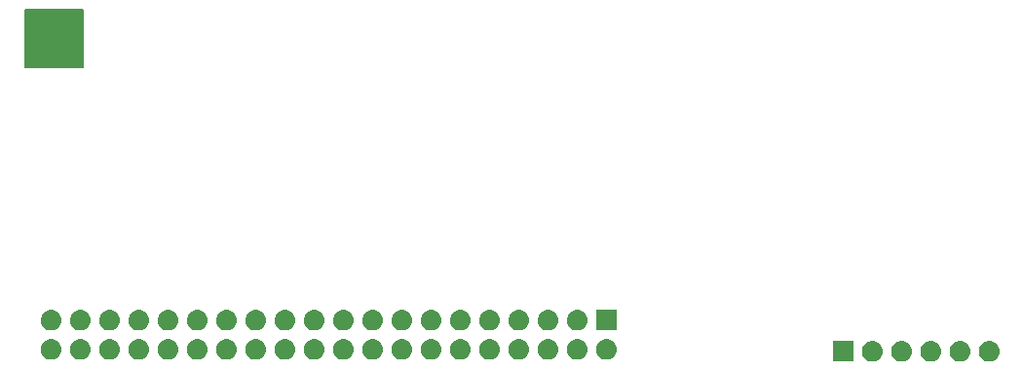
<source format=gbs>
G04 #@! TF.GenerationSoftware,KiCad,Pcbnew,(5.0.1)-4*
G04 #@! TF.CreationDate,2018-11-24T16:54:36-05:00*
G04 #@! TF.ProjectId,tomu-fpga,746F6D752D667067612E6B696361645F,rev?*
G04 #@! TF.SameCoordinates,Original*
G04 #@! TF.FileFunction,Soldermask,Bot*
G04 #@! TF.FilePolarity,Negative*
%FSLAX46Y46*%
G04 Gerber Fmt 4.6, Leading zero omitted, Abs format (unit mm)*
G04 Created by KiCad (PCBNEW (5.0.1)-4) date 11/24/18 16:54:36*
%MOMM*%
%LPD*%
G01*
G04 APERTURE LIST*
%ADD10C,0.150000*%
%ADD11C,0.100000*%
G04 APERTURE END LIST*
D10*
G36*
X24500000Y-48000000D02*
X29500000Y-48000000D01*
X29500000Y-53000000D01*
X24500000Y-53000000D01*
X24500000Y-48000000D01*
G37*
X24500000Y-48000000D02*
X29500000Y-48000000D01*
X29500000Y-53000000D01*
X24500000Y-53000000D01*
X24500000Y-48000000D01*
D11*
G36*
X108348362Y-76803545D02*
X108436588Y-76812234D01*
X108549789Y-76846573D01*
X108606390Y-76863743D01*
X108744980Y-76937822D01*
X108762879Y-76947389D01*
X108798609Y-76976712D01*
X108900044Y-77059956D01*
X108983288Y-77161391D01*
X109012611Y-77197121D01*
X109012612Y-77197123D01*
X109096257Y-77353610D01*
X109096257Y-77353611D01*
X109147766Y-77523412D01*
X109165158Y-77700000D01*
X109147766Y-77876588D01*
X109113427Y-77989789D01*
X109096257Y-78046390D01*
X109024817Y-78180043D01*
X109012611Y-78202879D01*
X108983288Y-78238609D01*
X108900044Y-78340044D01*
X108798609Y-78423288D01*
X108762879Y-78452611D01*
X108762877Y-78452612D01*
X108606390Y-78536257D01*
X108549789Y-78553427D01*
X108436588Y-78587766D01*
X108348362Y-78596455D01*
X108304250Y-78600800D01*
X108215750Y-78600800D01*
X108171638Y-78596455D01*
X108083412Y-78587766D01*
X107970211Y-78553427D01*
X107913610Y-78536257D01*
X107757123Y-78452612D01*
X107757121Y-78452611D01*
X107721391Y-78423288D01*
X107619956Y-78340044D01*
X107536712Y-78238609D01*
X107507389Y-78202879D01*
X107495183Y-78180043D01*
X107423743Y-78046390D01*
X107406573Y-77989789D01*
X107372234Y-77876588D01*
X107354842Y-77700000D01*
X107372234Y-77523412D01*
X107423743Y-77353611D01*
X107423743Y-77353610D01*
X107507388Y-77197123D01*
X107507389Y-77197121D01*
X107536712Y-77161391D01*
X107619956Y-77059956D01*
X107721391Y-76976712D01*
X107757121Y-76947389D01*
X107775020Y-76937822D01*
X107913610Y-76863743D01*
X107970211Y-76846573D01*
X108083412Y-76812234D01*
X108171638Y-76803545D01*
X108215750Y-76799200D01*
X108304250Y-76799200D01*
X108348362Y-76803545D01*
X108348362Y-76803545D01*
G37*
G36*
X103268362Y-76803545D02*
X103356588Y-76812234D01*
X103469789Y-76846573D01*
X103526390Y-76863743D01*
X103664980Y-76937822D01*
X103682879Y-76947389D01*
X103718609Y-76976712D01*
X103820044Y-77059956D01*
X103903288Y-77161391D01*
X103932611Y-77197121D01*
X103932612Y-77197123D01*
X104016257Y-77353610D01*
X104016257Y-77353611D01*
X104067766Y-77523412D01*
X104085158Y-77700000D01*
X104067766Y-77876588D01*
X104033427Y-77989789D01*
X104016257Y-78046390D01*
X103944817Y-78180043D01*
X103932611Y-78202879D01*
X103903288Y-78238609D01*
X103820044Y-78340044D01*
X103718609Y-78423288D01*
X103682879Y-78452611D01*
X103682877Y-78452612D01*
X103526390Y-78536257D01*
X103469789Y-78553427D01*
X103356588Y-78587766D01*
X103268362Y-78596455D01*
X103224250Y-78600800D01*
X103135750Y-78600800D01*
X103091638Y-78596455D01*
X103003412Y-78587766D01*
X102890211Y-78553427D01*
X102833610Y-78536257D01*
X102677123Y-78452612D01*
X102677121Y-78452611D01*
X102641391Y-78423288D01*
X102539956Y-78340044D01*
X102456712Y-78238609D01*
X102427389Y-78202879D01*
X102415183Y-78180043D01*
X102343743Y-78046390D01*
X102326573Y-77989789D01*
X102292234Y-77876588D01*
X102274842Y-77700000D01*
X102292234Y-77523412D01*
X102343743Y-77353611D01*
X102343743Y-77353610D01*
X102427388Y-77197123D01*
X102427389Y-77197121D01*
X102456712Y-77161391D01*
X102539956Y-77059956D01*
X102641391Y-76976712D01*
X102677121Y-76947389D01*
X102695020Y-76937822D01*
X102833610Y-76863743D01*
X102890211Y-76846573D01*
X103003412Y-76812234D01*
X103091638Y-76803545D01*
X103135750Y-76799200D01*
X103224250Y-76799200D01*
X103268362Y-76803545D01*
X103268362Y-76803545D01*
G37*
G36*
X100728362Y-76803545D02*
X100816588Y-76812234D01*
X100929789Y-76846573D01*
X100986390Y-76863743D01*
X101124980Y-76937822D01*
X101142879Y-76947389D01*
X101178609Y-76976712D01*
X101280044Y-77059956D01*
X101363288Y-77161391D01*
X101392611Y-77197121D01*
X101392612Y-77197123D01*
X101476257Y-77353610D01*
X101476257Y-77353611D01*
X101527766Y-77523412D01*
X101545158Y-77700000D01*
X101527766Y-77876588D01*
X101493427Y-77989789D01*
X101476257Y-78046390D01*
X101404817Y-78180043D01*
X101392611Y-78202879D01*
X101363288Y-78238609D01*
X101280044Y-78340044D01*
X101178609Y-78423288D01*
X101142879Y-78452611D01*
X101142877Y-78452612D01*
X100986390Y-78536257D01*
X100929789Y-78553427D01*
X100816588Y-78587766D01*
X100728362Y-78596455D01*
X100684250Y-78600800D01*
X100595750Y-78600800D01*
X100551638Y-78596455D01*
X100463412Y-78587766D01*
X100350211Y-78553427D01*
X100293610Y-78536257D01*
X100137123Y-78452612D01*
X100137121Y-78452611D01*
X100101391Y-78423288D01*
X99999956Y-78340044D01*
X99916712Y-78238609D01*
X99887389Y-78202879D01*
X99875183Y-78180043D01*
X99803743Y-78046390D01*
X99786573Y-77989789D01*
X99752234Y-77876588D01*
X99734842Y-77700000D01*
X99752234Y-77523412D01*
X99803743Y-77353611D01*
X99803743Y-77353610D01*
X99887388Y-77197123D01*
X99887389Y-77197121D01*
X99916712Y-77161391D01*
X99999956Y-77059956D01*
X100101391Y-76976712D01*
X100137121Y-76947389D01*
X100155020Y-76937822D01*
X100293610Y-76863743D01*
X100350211Y-76846573D01*
X100463412Y-76812234D01*
X100551638Y-76803545D01*
X100595750Y-76799200D01*
X100684250Y-76799200D01*
X100728362Y-76803545D01*
X100728362Y-76803545D01*
G37*
G36*
X98188362Y-76803545D02*
X98276588Y-76812234D01*
X98389789Y-76846573D01*
X98446390Y-76863743D01*
X98584980Y-76937822D01*
X98602879Y-76947389D01*
X98638609Y-76976712D01*
X98740044Y-77059956D01*
X98823288Y-77161391D01*
X98852611Y-77197121D01*
X98852612Y-77197123D01*
X98936257Y-77353610D01*
X98936257Y-77353611D01*
X98987766Y-77523412D01*
X99005158Y-77700000D01*
X98987766Y-77876588D01*
X98953427Y-77989789D01*
X98936257Y-78046390D01*
X98864817Y-78180043D01*
X98852611Y-78202879D01*
X98823288Y-78238609D01*
X98740044Y-78340044D01*
X98638609Y-78423288D01*
X98602879Y-78452611D01*
X98602877Y-78452612D01*
X98446390Y-78536257D01*
X98389789Y-78553427D01*
X98276588Y-78587766D01*
X98188362Y-78596455D01*
X98144250Y-78600800D01*
X98055750Y-78600800D01*
X98011638Y-78596455D01*
X97923412Y-78587766D01*
X97810211Y-78553427D01*
X97753610Y-78536257D01*
X97597123Y-78452612D01*
X97597121Y-78452611D01*
X97561391Y-78423288D01*
X97459956Y-78340044D01*
X97376712Y-78238609D01*
X97347389Y-78202879D01*
X97335183Y-78180043D01*
X97263743Y-78046390D01*
X97246573Y-77989789D01*
X97212234Y-77876588D01*
X97194842Y-77700000D01*
X97212234Y-77523412D01*
X97263743Y-77353611D01*
X97263743Y-77353610D01*
X97347388Y-77197123D01*
X97347389Y-77197121D01*
X97376712Y-77161391D01*
X97459956Y-77059956D01*
X97561391Y-76976712D01*
X97597121Y-76947389D01*
X97615020Y-76937822D01*
X97753610Y-76863743D01*
X97810211Y-76846573D01*
X97923412Y-76812234D01*
X98011638Y-76803545D01*
X98055750Y-76799200D01*
X98144250Y-76799200D01*
X98188362Y-76803545D01*
X98188362Y-76803545D01*
G37*
G36*
X96460800Y-78600800D02*
X94659200Y-78600800D01*
X94659200Y-76799200D01*
X96460800Y-76799200D01*
X96460800Y-78600800D01*
X96460800Y-78600800D01*
G37*
G36*
X105808362Y-76803545D02*
X105896588Y-76812234D01*
X106009789Y-76846573D01*
X106066390Y-76863743D01*
X106204980Y-76937822D01*
X106222879Y-76947389D01*
X106258609Y-76976712D01*
X106360044Y-77059956D01*
X106443288Y-77161391D01*
X106472611Y-77197121D01*
X106472612Y-77197123D01*
X106556257Y-77353610D01*
X106556257Y-77353611D01*
X106607766Y-77523412D01*
X106625158Y-77700000D01*
X106607766Y-77876588D01*
X106573427Y-77989789D01*
X106556257Y-78046390D01*
X106484817Y-78180043D01*
X106472611Y-78202879D01*
X106443288Y-78238609D01*
X106360044Y-78340044D01*
X106258609Y-78423288D01*
X106222879Y-78452611D01*
X106222877Y-78452612D01*
X106066390Y-78536257D01*
X106009789Y-78553427D01*
X105896588Y-78587766D01*
X105808362Y-78596455D01*
X105764250Y-78600800D01*
X105675750Y-78600800D01*
X105631638Y-78596455D01*
X105543412Y-78587766D01*
X105430211Y-78553427D01*
X105373610Y-78536257D01*
X105217123Y-78452612D01*
X105217121Y-78452611D01*
X105181391Y-78423288D01*
X105079956Y-78340044D01*
X104996712Y-78238609D01*
X104967389Y-78202879D01*
X104955183Y-78180043D01*
X104883743Y-78046390D01*
X104866573Y-77989789D01*
X104832234Y-77876588D01*
X104814842Y-77700000D01*
X104832234Y-77523412D01*
X104883743Y-77353611D01*
X104883743Y-77353610D01*
X104967388Y-77197123D01*
X104967389Y-77197121D01*
X104996712Y-77161391D01*
X105079956Y-77059956D01*
X105181391Y-76976712D01*
X105217121Y-76947389D01*
X105235020Y-76937822D01*
X105373610Y-76863743D01*
X105430211Y-76846573D01*
X105543412Y-76812234D01*
X105631638Y-76803545D01*
X105675750Y-76799200D01*
X105764250Y-76799200D01*
X105808362Y-76803545D01*
X105808362Y-76803545D01*
G37*
G36*
X34448362Y-76643545D02*
X34536588Y-76652234D01*
X34649789Y-76686573D01*
X34706390Y-76703743D01*
X34844980Y-76777822D01*
X34862879Y-76787389D01*
X34898609Y-76816712D01*
X35000044Y-76899956D01*
X35083288Y-77001391D01*
X35112611Y-77037121D01*
X35112612Y-77037123D01*
X35196257Y-77193610D01*
X35213427Y-77250211D01*
X35247766Y-77363412D01*
X35265158Y-77540000D01*
X35247766Y-77716588D01*
X35213427Y-77829789D01*
X35196257Y-77886390D01*
X35122178Y-78024980D01*
X35112611Y-78042879D01*
X35083288Y-78078609D01*
X35000044Y-78180044D01*
X34898609Y-78263288D01*
X34862879Y-78292611D01*
X34862877Y-78292612D01*
X34706390Y-78376257D01*
X34649789Y-78393427D01*
X34536588Y-78427766D01*
X34448362Y-78436455D01*
X34404250Y-78440800D01*
X34315750Y-78440800D01*
X34271638Y-78436455D01*
X34183412Y-78427766D01*
X34070211Y-78393427D01*
X34013610Y-78376257D01*
X33857123Y-78292612D01*
X33857121Y-78292611D01*
X33821391Y-78263288D01*
X33719956Y-78180044D01*
X33636712Y-78078609D01*
X33607389Y-78042879D01*
X33597822Y-78024980D01*
X33523743Y-77886390D01*
X33506573Y-77829789D01*
X33472234Y-77716588D01*
X33454842Y-77540000D01*
X33472234Y-77363412D01*
X33506573Y-77250211D01*
X33523743Y-77193610D01*
X33607388Y-77037123D01*
X33607389Y-77037121D01*
X33636712Y-77001391D01*
X33719956Y-76899956D01*
X33821391Y-76816712D01*
X33857121Y-76787389D01*
X33875020Y-76777822D01*
X34013610Y-76703743D01*
X34070211Y-76686573D01*
X34183412Y-76652234D01*
X34271638Y-76643545D01*
X34315750Y-76639200D01*
X34404250Y-76639200D01*
X34448362Y-76643545D01*
X34448362Y-76643545D01*
G37*
G36*
X29368362Y-76643545D02*
X29456588Y-76652234D01*
X29569789Y-76686573D01*
X29626390Y-76703743D01*
X29764980Y-76777822D01*
X29782879Y-76787389D01*
X29818609Y-76816712D01*
X29920044Y-76899956D01*
X30003288Y-77001391D01*
X30032611Y-77037121D01*
X30032612Y-77037123D01*
X30116257Y-77193610D01*
X30133427Y-77250211D01*
X30167766Y-77363412D01*
X30185158Y-77540000D01*
X30167766Y-77716588D01*
X30133427Y-77829789D01*
X30116257Y-77886390D01*
X30042178Y-78024980D01*
X30032611Y-78042879D01*
X30003288Y-78078609D01*
X29920044Y-78180044D01*
X29818609Y-78263288D01*
X29782879Y-78292611D01*
X29782877Y-78292612D01*
X29626390Y-78376257D01*
X29569789Y-78393427D01*
X29456588Y-78427766D01*
X29368362Y-78436455D01*
X29324250Y-78440800D01*
X29235750Y-78440800D01*
X29191638Y-78436455D01*
X29103412Y-78427766D01*
X28990211Y-78393427D01*
X28933610Y-78376257D01*
X28777123Y-78292612D01*
X28777121Y-78292611D01*
X28741391Y-78263288D01*
X28639956Y-78180044D01*
X28556712Y-78078609D01*
X28527389Y-78042879D01*
X28517822Y-78024980D01*
X28443743Y-77886390D01*
X28426573Y-77829789D01*
X28392234Y-77716588D01*
X28374842Y-77540000D01*
X28392234Y-77363412D01*
X28426573Y-77250211D01*
X28443743Y-77193610D01*
X28527388Y-77037123D01*
X28527389Y-77037121D01*
X28556712Y-77001391D01*
X28639956Y-76899956D01*
X28741391Y-76816712D01*
X28777121Y-76787389D01*
X28795020Y-76777822D01*
X28933610Y-76703743D01*
X28990211Y-76686573D01*
X29103412Y-76652234D01*
X29191638Y-76643545D01*
X29235750Y-76639200D01*
X29324250Y-76639200D01*
X29368362Y-76643545D01*
X29368362Y-76643545D01*
G37*
G36*
X31908362Y-76643545D02*
X31996588Y-76652234D01*
X32109789Y-76686573D01*
X32166390Y-76703743D01*
X32304980Y-76777822D01*
X32322879Y-76787389D01*
X32358609Y-76816712D01*
X32460044Y-76899956D01*
X32543288Y-77001391D01*
X32572611Y-77037121D01*
X32572612Y-77037123D01*
X32656257Y-77193610D01*
X32673427Y-77250211D01*
X32707766Y-77363412D01*
X32725158Y-77540000D01*
X32707766Y-77716588D01*
X32673427Y-77829789D01*
X32656257Y-77886390D01*
X32582178Y-78024980D01*
X32572611Y-78042879D01*
X32543288Y-78078609D01*
X32460044Y-78180044D01*
X32358609Y-78263288D01*
X32322879Y-78292611D01*
X32322877Y-78292612D01*
X32166390Y-78376257D01*
X32109789Y-78393427D01*
X31996588Y-78427766D01*
X31908362Y-78436455D01*
X31864250Y-78440800D01*
X31775750Y-78440800D01*
X31731638Y-78436455D01*
X31643412Y-78427766D01*
X31530211Y-78393427D01*
X31473610Y-78376257D01*
X31317123Y-78292612D01*
X31317121Y-78292611D01*
X31281391Y-78263288D01*
X31179956Y-78180044D01*
X31096712Y-78078609D01*
X31067389Y-78042879D01*
X31057822Y-78024980D01*
X30983743Y-77886390D01*
X30966573Y-77829789D01*
X30932234Y-77716588D01*
X30914842Y-77540000D01*
X30932234Y-77363412D01*
X30966573Y-77250211D01*
X30983743Y-77193610D01*
X31067388Y-77037123D01*
X31067389Y-77037121D01*
X31096712Y-77001391D01*
X31179956Y-76899956D01*
X31281391Y-76816712D01*
X31317121Y-76787389D01*
X31335020Y-76777822D01*
X31473610Y-76703743D01*
X31530211Y-76686573D01*
X31643412Y-76652234D01*
X31731638Y-76643545D01*
X31775750Y-76639200D01*
X31864250Y-76639200D01*
X31908362Y-76643545D01*
X31908362Y-76643545D01*
G37*
G36*
X36988362Y-76643545D02*
X37076588Y-76652234D01*
X37189789Y-76686573D01*
X37246390Y-76703743D01*
X37384980Y-76777822D01*
X37402879Y-76787389D01*
X37438609Y-76816712D01*
X37540044Y-76899956D01*
X37623288Y-77001391D01*
X37652611Y-77037121D01*
X37652612Y-77037123D01*
X37736257Y-77193610D01*
X37753427Y-77250211D01*
X37787766Y-77363412D01*
X37805158Y-77540000D01*
X37787766Y-77716588D01*
X37753427Y-77829789D01*
X37736257Y-77886390D01*
X37662178Y-78024980D01*
X37652611Y-78042879D01*
X37623288Y-78078609D01*
X37540044Y-78180044D01*
X37438609Y-78263288D01*
X37402879Y-78292611D01*
X37402877Y-78292612D01*
X37246390Y-78376257D01*
X37189789Y-78393427D01*
X37076588Y-78427766D01*
X36988362Y-78436455D01*
X36944250Y-78440800D01*
X36855750Y-78440800D01*
X36811638Y-78436455D01*
X36723412Y-78427766D01*
X36610211Y-78393427D01*
X36553610Y-78376257D01*
X36397123Y-78292612D01*
X36397121Y-78292611D01*
X36361391Y-78263288D01*
X36259956Y-78180044D01*
X36176712Y-78078609D01*
X36147389Y-78042879D01*
X36137822Y-78024980D01*
X36063743Y-77886390D01*
X36046573Y-77829789D01*
X36012234Y-77716588D01*
X35994842Y-77540000D01*
X36012234Y-77363412D01*
X36046573Y-77250211D01*
X36063743Y-77193610D01*
X36147388Y-77037123D01*
X36147389Y-77037121D01*
X36176712Y-77001391D01*
X36259956Y-76899956D01*
X36361391Y-76816712D01*
X36397121Y-76787389D01*
X36415020Y-76777822D01*
X36553610Y-76703743D01*
X36610211Y-76686573D01*
X36723412Y-76652234D01*
X36811638Y-76643545D01*
X36855750Y-76639200D01*
X36944250Y-76639200D01*
X36988362Y-76643545D01*
X36988362Y-76643545D01*
G37*
G36*
X39528362Y-76643545D02*
X39616588Y-76652234D01*
X39729789Y-76686573D01*
X39786390Y-76703743D01*
X39924980Y-76777822D01*
X39942879Y-76787389D01*
X39978609Y-76816712D01*
X40080044Y-76899956D01*
X40163288Y-77001391D01*
X40192611Y-77037121D01*
X40192612Y-77037123D01*
X40276257Y-77193610D01*
X40293427Y-77250211D01*
X40327766Y-77363412D01*
X40345158Y-77540000D01*
X40327766Y-77716588D01*
X40293427Y-77829789D01*
X40276257Y-77886390D01*
X40202178Y-78024980D01*
X40192611Y-78042879D01*
X40163288Y-78078609D01*
X40080044Y-78180044D01*
X39978609Y-78263288D01*
X39942879Y-78292611D01*
X39942877Y-78292612D01*
X39786390Y-78376257D01*
X39729789Y-78393427D01*
X39616588Y-78427766D01*
X39528362Y-78436455D01*
X39484250Y-78440800D01*
X39395750Y-78440800D01*
X39351638Y-78436455D01*
X39263412Y-78427766D01*
X39150211Y-78393427D01*
X39093610Y-78376257D01*
X38937123Y-78292612D01*
X38937121Y-78292611D01*
X38901391Y-78263288D01*
X38799956Y-78180044D01*
X38716712Y-78078609D01*
X38687389Y-78042879D01*
X38677822Y-78024980D01*
X38603743Y-77886390D01*
X38586573Y-77829789D01*
X38552234Y-77716588D01*
X38534842Y-77540000D01*
X38552234Y-77363412D01*
X38586573Y-77250211D01*
X38603743Y-77193610D01*
X38687388Y-77037123D01*
X38687389Y-77037121D01*
X38716712Y-77001391D01*
X38799956Y-76899956D01*
X38901391Y-76816712D01*
X38937121Y-76787389D01*
X38955020Y-76777822D01*
X39093610Y-76703743D01*
X39150211Y-76686573D01*
X39263412Y-76652234D01*
X39351638Y-76643545D01*
X39395750Y-76639200D01*
X39484250Y-76639200D01*
X39528362Y-76643545D01*
X39528362Y-76643545D01*
G37*
G36*
X42068362Y-76643545D02*
X42156588Y-76652234D01*
X42269789Y-76686573D01*
X42326390Y-76703743D01*
X42464980Y-76777822D01*
X42482879Y-76787389D01*
X42518609Y-76816712D01*
X42620044Y-76899956D01*
X42703288Y-77001391D01*
X42732611Y-77037121D01*
X42732612Y-77037123D01*
X42816257Y-77193610D01*
X42833427Y-77250211D01*
X42867766Y-77363412D01*
X42885158Y-77540000D01*
X42867766Y-77716588D01*
X42833427Y-77829789D01*
X42816257Y-77886390D01*
X42742178Y-78024980D01*
X42732611Y-78042879D01*
X42703288Y-78078609D01*
X42620044Y-78180044D01*
X42518609Y-78263288D01*
X42482879Y-78292611D01*
X42482877Y-78292612D01*
X42326390Y-78376257D01*
X42269789Y-78393427D01*
X42156588Y-78427766D01*
X42068362Y-78436455D01*
X42024250Y-78440800D01*
X41935750Y-78440800D01*
X41891638Y-78436455D01*
X41803412Y-78427766D01*
X41690211Y-78393427D01*
X41633610Y-78376257D01*
X41477123Y-78292612D01*
X41477121Y-78292611D01*
X41441391Y-78263288D01*
X41339956Y-78180044D01*
X41256712Y-78078609D01*
X41227389Y-78042879D01*
X41217822Y-78024980D01*
X41143743Y-77886390D01*
X41126573Y-77829789D01*
X41092234Y-77716588D01*
X41074842Y-77540000D01*
X41092234Y-77363412D01*
X41126573Y-77250211D01*
X41143743Y-77193610D01*
X41227388Y-77037123D01*
X41227389Y-77037121D01*
X41256712Y-77001391D01*
X41339956Y-76899956D01*
X41441391Y-76816712D01*
X41477121Y-76787389D01*
X41495020Y-76777822D01*
X41633610Y-76703743D01*
X41690211Y-76686573D01*
X41803412Y-76652234D01*
X41891638Y-76643545D01*
X41935750Y-76639200D01*
X42024250Y-76639200D01*
X42068362Y-76643545D01*
X42068362Y-76643545D01*
G37*
G36*
X44608362Y-76643545D02*
X44696588Y-76652234D01*
X44809789Y-76686573D01*
X44866390Y-76703743D01*
X45004980Y-76777822D01*
X45022879Y-76787389D01*
X45058609Y-76816712D01*
X45160044Y-76899956D01*
X45243288Y-77001391D01*
X45272611Y-77037121D01*
X45272612Y-77037123D01*
X45356257Y-77193610D01*
X45373427Y-77250211D01*
X45407766Y-77363412D01*
X45425158Y-77540000D01*
X45407766Y-77716588D01*
X45373427Y-77829789D01*
X45356257Y-77886390D01*
X45282178Y-78024980D01*
X45272611Y-78042879D01*
X45243288Y-78078609D01*
X45160044Y-78180044D01*
X45058609Y-78263288D01*
X45022879Y-78292611D01*
X45022877Y-78292612D01*
X44866390Y-78376257D01*
X44809789Y-78393427D01*
X44696588Y-78427766D01*
X44608362Y-78436455D01*
X44564250Y-78440800D01*
X44475750Y-78440800D01*
X44431638Y-78436455D01*
X44343412Y-78427766D01*
X44230211Y-78393427D01*
X44173610Y-78376257D01*
X44017123Y-78292612D01*
X44017121Y-78292611D01*
X43981391Y-78263288D01*
X43879956Y-78180044D01*
X43796712Y-78078609D01*
X43767389Y-78042879D01*
X43757822Y-78024980D01*
X43683743Y-77886390D01*
X43666573Y-77829789D01*
X43632234Y-77716588D01*
X43614842Y-77540000D01*
X43632234Y-77363412D01*
X43666573Y-77250211D01*
X43683743Y-77193610D01*
X43767388Y-77037123D01*
X43767389Y-77037121D01*
X43796712Y-77001391D01*
X43879956Y-76899956D01*
X43981391Y-76816712D01*
X44017121Y-76787389D01*
X44035020Y-76777822D01*
X44173610Y-76703743D01*
X44230211Y-76686573D01*
X44343412Y-76652234D01*
X44431638Y-76643545D01*
X44475750Y-76639200D01*
X44564250Y-76639200D01*
X44608362Y-76643545D01*
X44608362Y-76643545D01*
G37*
G36*
X47148362Y-76643545D02*
X47236588Y-76652234D01*
X47349789Y-76686573D01*
X47406390Y-76703743D01*
X47544980Y-76777822D01*
X47562879Y-76787389D01*
X47598609Y-76816712D01*
X47700044Y-76899956D01*
X47783288Y-77001391D01*
X47812611Y-77037121D01*
X47812612Y-77037123D01*
X47896257Y-77193610D01*
X47913427Y-77250211D01*
X47947766Y-77363412D01*
X47965158Y-77540000D01*
X47947766Y-77716588D01*
X47913427Y-77829789D01*
X47896257Y-77886390D01*
X47822178Y-78024980D01*
X47812611Y-78042879D01*
X47783288Y-78078609D01*
X47700044Y-78180044D01*
X47598609Y-78263288D01*
X47562879Y-78292611D01*
X47562877Y-78292612D01*
X47406390Y-78376257D01*
X47349789Y-78393427D01*
X47236588Y-78427766D01*
X47148362Y-78436455D01*
X47104250Y-78440800D01*
X47015750Y-78440800D01*
X46971638Y-78436455D01*
X46883412Y-78427766D01*
X46770211Y-78393427D01*
X46713610Y-78376257D01*
X46557123Y-78292612D01*
X46557121Y-78292611D01*
X46521391Y-78263288D01*
X46419956Y-78180044D01*
X46336712Y-78078609D01*
X46307389Y-78042879D01*
X46297822Y-78024980D01*
X46223743Y-77886390D01*
X46206573Y-77829789D01*
X46172234Y-77716588D01*
X46154842Y-77540000D01*
X46172234Y-77363412D01*
X46206573Y-77250211D01*
X46223743Y-77193610D01*
X46307388Y-77037123D01*
X46307389Y-77037121D01*
X46336712Y-77001391D01*
X46419956Y-76899956D01*
X46521391Y-76816712D01*
X46557121Y-76787389D01*
X46575020Y-76777822D01*
X46713610Y-76703743D01*
X46770211Y-76686573D01*
X46883412Y-76652234D01*
X46971638Y-76643545D01*
X47015750Y-76639200D01*
X47104250Y-76639200D01*
X47148362Y-76643545D01*
X47148362Y-76643545D01*
G37*
G36*
X49688362Y-76643545D02*
X49776588Y-76652234D01*
X49889789Y-76686573D01*
X49946390Y-76703743D01*
X50084980Y-76777822D01*
X50102879Y-76787389D01*
X50138609Y-76816712D01*
X50240044Y-76899956D01*
X50323288Y-77001391D01*
X50352611Y-77037121D01*
X50352612Y-77037123D01*
X50436257Y-77193610D01*
X50453427Y-77250211D01*
X50487766Y-77363412D01*
X50505158Y-77540000D01*
X50487766Y-77716588D01*
X50453427Y-77829789D01*
X50436257Y-77886390D01*
X50362178Y-78024980D01*
X50352611Y-78042879D01*
X50323288Y-78078609D01*
X50240044Y-78180044D01*
X50138609Y-78263288D01*
X50102879Y-78292611D01*
X50102877Y-78292612D01*
X49946390Y-78376257D01*
X49889789Y-78393427D01*
X49776588Y-78427766D01*
X49688362Y-78436455D01*
X49644250Y-78440800D01*
X49555750Y-78440800D01*
X49511638Y-78436455D01*
X49423412Y-78427766D01*
X49310211Y-78393427D01*
X49253610Y-78376257D01*
X49097123Y-78292612D01*
X49097121Y-78292611D01*
X49061391Y-78263288D01*
X48959956Y-78180044D01*
X48876712Y-78078609D01*
X48847389Y-78042879D01*
X48837822Y-78024980D01*
X48763743Y-77886390D01*
X48746573Y-77829789D01*
X48712234Y-77716588D01*
X48694842Y-77540000D01*
X48712234Y-77363412D01*
X48746573Y-77250211D01*
X48763743Y-77193610D01*
X48847388Y-77037123D01*
X48847389Y-77037121D01*
X48876712Y-77001391D01*
X48959956Y-76899956D01*
X49061391Y-76816712D01*
X49097121Y-76787389D01*
X49115020Y-76777822D01*
X49253610Y-76703743D01*
X49310211Y-76686573D01*
X49423412Y-76652234D01*
X49511638Y-76643545D01*
X49555750Y-76639200D01*
X49644250Y-76639200D01*
X49688362Y-76643545D01*
X49688362Y-76643545D01*
G37*
G36*
X52228362Y-76643545D02*
X52316588Y-76652234D01*
X52429789Y-76686573D01*
X52486390Y-76703743D01*
X52624980Y-76777822D01*
X52642879Y-76787389D01*
X52678609Y-76816712D01*
X52780044Y-76899956D01*
X52863288Y-77001391D01*
X52892611Y-77037121D01*
X52892612Y-77037123D01*
X52976257Y-77193610D01*
X52993427Y-77250211D01*
X53027766Y-77363412D01*
X53045158Y-77540000D01*
X53027766Y-77716588D01*
X52993427Y-77829789D01*
X52976257Y-77886390D01*
X52902178Y-78024980D01*
X52892611Y-78042879D01*
X52863288Y-78078609D01*
X52780044Y-78180044D01*
X52678609Y-78263288D01*
X52642879Y-78292611D01*
X52642877Y-78292612D01*
X52486390Y-78376257D01*
X52429789Y-78393427D01*
X52316588Y-78427766D01*
X52228362Y-78436455D01*
X52184250Y-78440800D01*
X52095750Y-78440800D01*
X52051638Y-78436455D01*
X51963412Y-78427766D01*
X51850211Y-78393427D01*
X51793610Y-78376257D01*
X51637123Y-78292612D01*
X51637121Y-78292611D01*
X51601391Y-78263288D01*
X51499956Y-78180044D01*
X51416712Y-78078609D01*
X51387389Y-78042879D01*
X51377822Y-78024980D01*
X51303743Y-77886390D01*
X51286573Y-77829789D01*
X51252234Y-77716588D01*
X51234842Y-77540000D01*
X51252234Y-77363412D01*
X51286573Y-77250211D01*
X51303743Y-77193610D01*
X51387388Y-77037123D01*
X51387389Y-77037121D01*
X51416712Y-77001391D01*
X51499956Y-76899956D01*
X51601391Y-76816712D01*
X51637121Y-76787389D01*
X51655020Y-76777822D01*
X51793610Y-76703743D01*
X51850211Y-76686573D01*
X51963412Y-76652234D01*
X52051638Y-76643545D01*
X52095750Y-76639200D01*
X52184250Y-76639200D01*
X52228362Y-76643545D01*
X52228362Y-76643545D01*
G37*
G36*
X26828362Y-76643545D02*
X26916588Y-76652234D01*
X27029789Y-76686573D01*
X27086390Y-76703743D01*
X27224980Y-76777822D01*
X27242879Y-76787389D01*
X27278609Y-76816712D01*
X27380044Y-76899956D01*
X27463288Y-77001391D01*
X27492611Y-77037121D01*
X27492612Y-77037123D01*
X27576257Y-77193610D01*
X27593427Y-77250211D01*
X27627766Y-77363412D01*
X27645158Y-77540000D01*
X27627766Y-77716588D01*
X27593427Y-77829789D01*
X27576257Y-77886390D01*
X27502178Y-78024980D01*
X27492611Y-78042879D01*
X27463288Y-78078609D01*
X27380044Y-78180044D01*
X27278609Y-78263288D01*
X27242879Y-78292611D01*
X27242877Y-78292612D01*
X27086390Y-78376257D01*
X27029789Y-78393427D01*
X26916588Y-78427766D01*
X26828362Y-78436455D01*
X26784250Y-78440800D01*
X26695750Y-78440800D01*
X26651638Y-78436455D01*
X26563412Y-78427766D01*
X26450211Y-78393427D01*
X26393610Y-78376257D01*
X26237123Y-78292612D01*
X26237121Y-78292611D01*
X26201391Y-78263288D01*
X26099956Y-78180044D01*
X26016712Y-78078609D01*
X25987389Y-78042879D01*
X25977822Y-78024980D01*
X25903743Y-77886390D01*
X25886573Y-77829789D01*
X25852234Y-77716588D01*
X25834842Y-77540000D01*
X25852234Y-77363412D01*
X25886573Y-77250211D01*
X25903743Y-77193610D01*
X25987388Y-77037123D01*
X25987389Y-77037121D01*
X26016712Y-77001391D01*
X26099956Y-76899956D01*
X26201391Y-76816712D01*
X26237121Y-76787389D01*
X26255020Y-76777822D01*
X26393610Y-76703743D01*
X26450211Y-76686573D01*
X26563412Y-76652234D01*
X26651638Y-76643545D01*
X26695750Y-76639200D01*
X26784250Y-76639200D01*
X26828362Y-76643545D01*
X26828362Y-76643545D01*
G37*
G36*
X54768362Y-76643545D02*
X54856588Y-76652234D01*
X54969789Y-76686573D01*
X55026390Y-76703743D01*
X55164980Y-76777822D01*
X55182879Y-76787389D01*
X55218609Y-76816712D01*
X55320044Y-76899956D01*
X55403288Y-77001391D01*
X55432611Y-77037121D01*
X55432612Y-77037123D01*
X55516257Y-77193610D01*
X55533427Y-77250211D01*
X55567766Y-77363412D01*
X55585158Y-77540000D01*
X55567766Y-77716588D01*
X55533427Y-77829789D01*
X55516257Y-77886390D01*
X55442178Y-78024980D01*
X55432611Y-78042879D01*
X55403288Y-78078609D01*
X55320044Y-78180044D01*
X55218609Y-78263288D01*
X55182879Y-78292611D01*
X55182877Y-78292612D01*
X55026390Y-78376257D01*
X54969789Y-78393427D01*
X54856588Y-78427766D01*
X54768362Y-78436455D01*
X54724250Y-78440800D01*
X54635750Y-78440800D01*
X54591638Y-78436455D01*
X54503412Y-78427766D01*
X54390211Y-78393427D01*
X54333610Y-78376257D01*
X54177123Y-78292612D01*
X54177121Y-78292611D01*
X54141391Y-78263288D01*
X54039956Y-78180044D01*
X53956712Y-78078609D01*
X53927389Y-78042879D01*
X53917822Y-78024980D01*
X53843743Y-77886390D01*
X53826573Y-77829789D01*
X53792234Y-77716588D01*
X53774842Y-77540000D01*
X53792234Y-77363412D01*
X53826573Y-77250211D01*
X53843743Y-77193610D01*
X53927388Y-77037123D01*
X53927389Y-77037121D01*
X53956712Y-77001391D01*
X54039956Y-76899956D01*
X54141391Y-76816712D01*
X54177121Y-76787389D01*
X54195020Y-76777822D01*
X54333610Y-76703743D01*
X54390211Y-76686573D01*
X54503412Y-76652234D01*
X54591638Y-76643545D01*
X54635750Y-76639200D01*
X54724250Y-76639200D01*
X54768362Y-76643545D01*
X54768362Y-76643545D01*
G37*
G36*
X57308362Y-76643545D02*
X57396588Y-76652234D01*
X57509789Y-76686573D01*
X57566390Y-76703743D01*
X57704980Y-76777822D01*
X57722879Y-76787389D01*
X57758609Y-76816712D01*
X57860044Y-76899956D01*
X57943288Y-77001391D01*
X57972611Y-77037121D01*
X57972612Y-77037123D01*
X58056257Y-77193610D01*
X58073427Y-77250211D01*
X58107766Y-77363412D01*
X58125158Y-77540000D01*
X58107766Y-77716588D01*
X58073427Y-77829789D01*
X58056257Y-77886390D01*
X57982178Y-78024980D01*
X57972611Y-78042879D01*
X57943288Y-78078609D01*
X57860044Y-78180044D01*
X57758609Y-78263288D01*
X57722879Y-78292611D01*
X57722877Y-78292612D01*
X57566390Y-78376257D01*
X57509789Y-78393427D01*
X57396588Y-78427766D01*
X57308362Y-78436455D01*
X57264250Y-78440800D01*
X57175750Y-78440800D01*
X57131638Y-78436455D01*
X57043412Y-78427766D01*
X56930211Y-78393427D01*
X56873610Y-78376257D01*
X56717123Y-78292612D01*
X56717121Y-78292611D01*
X56681391Y-78263288D01*
X56579956Y-78180044D01*
X56496712Y-78078609D01*
X56467389Y-78042879D01*
X56457822Y-78024980D01*
X56383743Y-77886390D01*
X56366573Y-77829789D01*
X56332234Y-77716588D01*
X56314842Y-77540000D01*
X56332234Y-77363412D01*
X56366573Y-77250211D01*
X56383743Y-77193610D01*
X56467388Y-77037123D01*
X56467389Y-77037121D01*
X56496712Y-77001391D01*
X56579956Y-76899956D01*
X56681391Y-76816712D01*
X56717121Y-76787389D01*
X56735020Y-76777822D01*
X56873610Y-76703743D01*
X56930211Y-76686573D01*
X57043412Y-76652234D01*
X57131638Y-76643545D01*
X57175750Y-76639200D01*
X57264250Y-76639200D01*
X57308362Y-76643545D01*
X57308362Y-76643545D01*
G37*
G36*
X75088362Y-76643545D02*
X75176588Y-76652234D01*
X75289789Y-76686573D01*
X75346390Y-76703743D01*
X75484980Y-76777822D01*
X75502879Y-76787389D01*
X75538609Y-76816712D01*
X75640044Y-76899956D01*
X75723288Y-77001391D01*
X75752611Y-77037121D01*
X75752612Y-77037123D01*
X75836257Y-77193610D01*
X75853427Y-77250211D01*
X75887766Y-77363412D01*
X75905158Y-77540000D01*
X75887766Y-77716588D01*
X75853427Y-77829789D01*
X75836257Y-77886390D01*
X75762178Y-78024980D01*
X75752611Y-78042879D01*
X75723288Y-78078609D01*
X75640044Y-78180044D01*
X75538609Y-78263288D01*
X75502879Y-78292611D01*
X75502877Y-78292612D01*
X75346390Y-78376257D01*
X75289789Y-78393427D01*
X75176588Y-78427766D01*
X75088362Y-78436455D01*
X75044250Y-78440800D01*
X74955750Y-78440800D01*
X74911638Y-78436455D01*
X74823412Y-78427766D01*
X74710211Y-78393427D01*
X74653610Y-78376257D01*
X74497123Y-78292612D01*
X74497121Y-78292611D01*
X74461391Y-78263288D01*
X74359956Y-78180044D01*
X74276712Y-78078609D01*
X74247389Y-78042879D01*
X74237822Y-78024980D01*
X74163743Y-77886390D01*
X74146573Y-77829789D01*
X74112234Y-77716588D01*
X74094842Y-77540000D01*
X74112234Y-77363412D01*
X74146573Y-77250211D01*
X74163743Y-77193610D01*
X74247388Y-77037123D01*
X74247389Y-77037121D01*
X74276712Y-77001391D01*
X74359956Y-76899956D01*
X74461391Y-76816712D01*
X74497121Y-76787389D01*
X74515020Y-76777822D01*
X74653610Y-76703743D01*
X74710211Y-76686573D01*
X74823412Y-76652234D01*
X74911638Y-76643545D01*
X74955750Y-76639200D01*
X75044250Y-76639200D01*
X75088362Y-76643545D01*
X75088362Y-76643545D01*
G37*
G36*
X72548362Y-76643545D02*
X72636588Y-76652234D01*
X72749789Y-76686573D01*
X72806390Y-76703743D01*
X72944980Y-76777822D01*
X72962879Y-76787389D01*
X72998609Y-76816712D01*
X73100044Y-76899956D01*
X73183288Y-77001391D01*
X73212611Y-77037121D01*
X73212612Y-77037123D01*
X73296257Y-77193610D01*
X73313427Y-77250211D01*
X73347766Y-77363412D01*
X73365158Y-77540000D01*
X73347766Y-77716588D01*
X73313427Y-77829789D01*
X73296257Y-77886390D01*
X73222178Y-78024980D01*
X73212611Y-78042879D01*
X73183288Y-78078609D01*
X73100044Y-78180044D01*
X72998609Y-78263288D01*
X72962879Y-78292611D01*
X72962877Y-78292612D01*
X72806390Y-78376257D01*
X72749789Y-78393427D01*
X72636588Y-78427766D01*
X72548362Y-78436455D01*
X72504250Y-78440800D01*
X72415750Y-78440800D01*
X72371638Y-78436455D01*
X72283412Y-78427766D01*
X72170211Y-78393427D01*
X72113610Y-78376257D01*
X71957123Y-78292612D01*
X71957121Y-78292611D01*
X71921391Y-78263288D01*
X71819956Y-78180044D01*
X71736712Y-78078609D01*
X71707389Y-78042879D01*
X71697822Y-78024980D01*
X71623743Y-77886390D01*
X71606573Y-77829789D01*
X71572234Y-77716588D01*
X71554842Y-77540000D01*
X71572234Y-77363412D01*
X71606573Y-77250211D01*
X71623743Y-77193610D01*
X71707388Y-77037123D01*
X71707389Y-77037121D01*
X71736712Y-77001391D01*
X71819956Y-76899956D01*
X71921391Y-76816712D01*
X71957121Y-76787389D01*
X71975020Y-76777822D01*
X72113610Y-76703743D01*
X72170211Y-76686573D01*
X72283412Y-76652234D01*
X72371638Y-76643545D01*
X72415750Y-76639200D01*
X72504250Y-76639200D01*
X72548362Y-76643545D01*
X72548362Y-76643545D01*
G37*
G36*
X70008362Y-76643545D02*
X70096588Y-76652234D01*
X70209789Y-76686573D01*
X70266390Y-76703743D01*
X70404980Y-76777822D01*
X70422879Y-76787389D01*
X70458609Y-76816712D01*
X70560044Y-76899956D01*
X70643288Y-77001391D01*
X70672611Y-77037121D01*
X70672612Y-77037123D01*
X70756257Y-77193610D01*
X70773427Y-77250211D01*
X70807766Y-77363412D01*
X70825158Y-77540000D01*
X70807766Y-77716588D01*
X70773427Y-77829789D01*
X70756257Y-77886390D01*
X70682178Y-78024980D01*
X70672611Y-78042879D01*
X70643288Y-78078609D01*
X70560044Y-78180044D01*
X70458609Y-78263288D01*
X70422879Y-78292611D01*
X70422877Y-78292612D01*
X70266390Y-78376257D01*
X70209789Y-78393427D01*
X70096588Y-78427766D01*
X70008362Y-78436455D01*
X69964250Y-78440800D01*
X69875750Y-78440800D01*
X69831638Y-78436455D01*
X69743412Y-78427766D01*
X69630211Y-78393427D01*
X69573610Y-78376257D01*
X69417123Y-78292612D01*
X69417121Y-78292611D01*
X69381391Y-78263288D01*
X69279956Y-78180044D01*
X69196712Y-78078609D01*
X69167389Y-78042879D01*
X69157822Y-78024980D01*
X69083743Y-77886390D01*
X69066573Y-77829789D01*
X69032234Y-77716588D01*
X69014842Y-77540000D01*
X69032234Y-77363412D01*
X69066573Y-77250211D01*
X69083743Y-77193610D01*
X69167388Y-77037123D01*
X69167389Y-77037121D01*
X69196712Y-77001391D01*
X69279956Y-76899956D01*
X69381391Y-76816712D01*
X69417121Y-76787389D01*
X69435020Y-76777822D01*
X69573610Y-76703743D01*
X69630211Y-76686573D01*
X69743412Y-76652234D01*
X69831638Y-76643545D01*
X69875750Y-76639200D01*
X69964250Y-76639200D01*
X70008362Y-76643545D01*
X70008362Y-76643545D01*
G37*
G36*
X67468362Y-76643545D02*
X67556588Y-76652234D01*
X67669789Y-76686573D01*
X67726390Y-76703743D01*
X67864980Y-76777822D01*
X67882879Y-76787389D01*
X67918609Y-76816712D01*
X68020044Y-76899956D01*
X68103288Y-77001391D01*
X68132611Y-77037121D01*
X68132612Y-77037123D01*
X68216257Y-77193610D01*
X68233427Y-77250211D01*
X68267766Y-77363412D01*
X68285158Y-77540000D01*
X68267766Y-77716588D01*
X68233427Y-77829789D01*
X68216257Y-77886390D01*
X68142178Y-78024980D01*
X68132611Y-78042879D01*
X68103288Y-78078609D01*
X68020044Y-78180044D01*
X67918609Y-78263288D01*
X67882879Y-78292611D01*
X67882877Y-78292612D01*
X67726390Y-78376257D01*
X67669789Y-78393427D01*
X67556588Y-78427766D01*
X67468362Y-78436455D01*
X67424250Y-78440800D01*
X67335750Y-78440800D01*
X67291638Y-78436455D01*
X67203412Y-78427766D01*
X67090211Y-78393427D01*
X67033610Y-78376257D01*
X66877123Y-78292612D01*
X66877121Y-78292611D01*
X66841391Y-78263288D01*
X66739956Y-78180044D01*
X66656712Y-78078609D01*
X66627389Y-78042879D01*
X66617822Y-78024980D01*
X66543743Y-77886390D01*
X66526573Y-77829789D01*
X66492234Y-77716588D01*
X66474842Y-77540000D01*
X66492234Y-77363412D01*
X66526573Y-77250211D01*
X66543743Y-77193610D01*
X66627388Y-77037123D01*
X66627389Y-77037121D01*
X66656712Y-77001391D01*
X66739956Y-76899956D01*
X66841391Y-76816712D01*
X66877121Y-76787389D01*
X66895020Y-76777822D01*
X67033610Y-76703743D01*
X67090211Y-76686573D01*
X67203412Y-76652234D01*
X67291638Y-76643545D01*
X67335750Y-76639200D01*
X67424250Y-76639200D01*
X67468362Y-76643545D01*
X67468362Y-76643545D01*
G37*
G36*
X64928362Y-76643545D02*
X65016588Y-76652234D01*
X65129789Y-76686573D01*
X65186390Y-76703743D01*
X65324980Y-76777822D01*
X65342879Y-76787389D01*
X65378609Y-76816712D01*
X65480044Y-76899956D01*
X65563288Y-77001391D01*
X65592611Y-77037121D01*
X65592612Y-77037123D01*
X65676257Y-77193610D01*
X65693427Y-77250211D01*
X65727766Y-77363412D01*
X65745158Y-77540000D01*
X65727766Y-77716588D01*
X65693427Y-77829789D01*
X65676257Y-77886390D01*
X65602178Y-78024980D01*
X65592611Y-78042879D01*
X65563288Y-78078609D01*
X65480044Y-78180044D01*
X65378609Y-78263288D01*
X65342879Y-78292611D01*
X65342877Y-78292612D01*
X65186390Y-78376257D01*
X65129789Y-78393427D01*
X65016588Y-78427766D01*
X64928362Y-78436455D01*
X64884250Y-78440800D01*
X64795750Y-78440800D01*
X64751638Y-78436455D01*
X64663412Y-78427766D01*
X64550211Y-78393427D01*
X64493610Y-78376257D01*
X64337123Y-78292612D01*
X64337121Y-78292611D01*
X64301391Y-78263288D01*
X64199956Y-78180044D01*
X64116712Y-78078609D01*
X64087389Y-78042879D01*
X64077822Y-78024980D01*
X64003743Y-77886390D01*
X63986573Y-77829789D01*
X63952234Y-77716588D01*
X63934842Y-77540000D01*
X63952234Y-77363412D01*
X63986573Y-77250211D01*
X64003743Y-77193610D01*
X64087388Y-77037123D01*
X64087389Y-77037121D01*
X64116712Y-77001391D01*
X64199956Y-76899956D01*
X64301391Y-76816712D01*
X64337121Y-76787389D01*
X64355020Y-76777822D01*
X64493610Y-76703743D01*
X64550211Y-76686573D01*
X64663412Y-76652234D01*
X64751638Y-76643545D01*
X64795750Y-76639200D01*
X64884250Y-76639200D01*
X64928362Y-76643545D01*
X64928362Y-76643545D01*
G37*
G36*
X62388362Y-76643545D02*
X62476588Y-76652234D01*
X62589789Y-76686573D01*
X62646390Y-76703743D01*
X62784980Y-76777822D01*
X62802879Y-76787389D01*
X62838609Y-76816712D01*
X62940044Y-76899956D01*
X63023288Y-77001391D01*
X63052611Y-77037121D01*
X63052612Y-77037123D01*
X63136257Y-77193610D01*
X63153427Y-77250211D01*
X63187766Y-77363412D01*
X63205158Y-77540000D01*
X63187766Y-77716588D01*
X63153427Y-77829789D01*
X63136257Y-77886390D01*
X63062178Y-78024980D01*
X63052611Y-78042879D01*
X63023288Y-78078609D01*
X62940044Y-78180044D01*
X62838609Y-78263288D01*
X62802879Y-78292611D01*
X62802877Y-78292612D01*
X62646390Y-78376257D01*
X62589789Y-78393427D01*
X62476588Y-78427766D01*
X62388362Y-78436455D01*
X62344250Y-78440800D01*
X62255750Y-78440800D01*
X62211638Y-78436455D01*
X62123412Y-78427766D01*
X62010211Y-78393427D01*
X61953610Y-78376257D01*
X61797123Y-78292612D01*
X61797121Y-78292611D01*
X61761391Y-78263288D01*
X61659956Y-78180044D01*
X61576712Y-78078609D01*
X61547389Y-78042879D01*
X61537822Y-78024980D01*
X61463743Y-77886390D01*
X61446573Y-77829789D01*
X61412234Y-77716588D01*
X61394842Y-77540000D01*
X61412234Y-77363412D01*
X61446573Y-77250211D01*
X61463743Y-77193610D01*
X61547388Y-77037123D01*
X61547389Y-77037121D01*
X61576712Y-77001391D01*
X61659956Y-76899956D01*
X61761391Y-76816712D01*
X61797121Y-76787389D01*
X61815020Y-76777822D01*
X61953610Y-76703743D01*
X62010211Y-76686573D01*
X62123412Y-76652234D01*
X62211638Y-76643545D01*
X62255750Y-76639200D01*
X62344250Y-76639200D01*
X62388362Y-76643545D01*
X62388362Y-76643545D01*
G37*
G36*
X59848362Y-76643545D02*
X59936588Y-76652234D01*
X60049789Y-76686573D01*
X60106390Y-76703743D01*
X60244980Y-76777822D01*
X60262879Y-76787389D01*
X60298609Y-76816712D01*
X60400044Y-76899956D01*
X60483288Y-77001391D01*
X60512611Y-77037121D01*
X60512612Y-77037123D01*
X60596257Y-77193610D01*
X60613427Y-77250211D01*
X60647766Y-77363412D01*
X60665158Y-77540000D01*
X60647766Y-77716588D01*
X60613427Y-77829789D01*
X60596257Y-77886390D01*
X60522178Y-78024980D01*
X60512611Y-78042879D01*
X60483288Y-78078609D01*
X60400044Y-78180044D01*
X60298609Y-78263288D01*
X60262879Y-78292611D01*
X60262877Y-78292612D01*
X60106390Y-78376257D01*
X60049789Y-78393427D01*
X59936588Y-78427766D01*
X59848362Y-78436455D01*
X59804250Y-78440800D01*
X59715750Y-78440800D01*
X59671638Y-78436455D01*
X59583412Y-78427766D01*
X59470211Y-78393427D01*
X59413610Y-78376257D01*
X59257123Y-78292612D01*
X59257121Y-78292611D01*
X59221391Y-78263288D01*
X59119956Y-78180044D01*
X59036712Y-78078609D01*
X59007389Y-78042879D01*
X58997822Y-78024980D01*
X58923743Y-77886390D01*
X58906573Y-77829789D01*
X58872234Y-77716588D01*
X58854842Y-77540000D01*
X58872234Y-77363412D01*
X58906573Y-77250211D01*
X58923743Y-77193610D01*
X59007388Y-77037123D01*
X59007389Y-77037121D01*
X59036712Y-77001391D01*
X59119956Y-76899956D01*
X59221391Y-76816712D01*
X59257121Y-76787389D01*
X59275020Y-76777822D01*
X59413610Y-76703743D01*
X59470211Y-76686573D01*
X59583412Y-76652234D01*
X59671638Y-76643545D01*
X59715750Y-76639200D01*
X59804250Y-76639200D01*
X59848362Y-76643545D01*
X59848362Y-76643545D01*
G37*
G36*
X57308362Y-74103545D02*
X57396588Y-74112234D01*
X57509789Y-74146573D01*
X57566390Y-74163743D01*
X57704980Y-74237822D01*
X57722879Y-74247389D01*
X57758609Y-74276712D01*
X57860044Y-74359956D01*
X57943288Y-74461391D01*
X57972611Y-74497121D01*
X57972612Y-74497123D01*
X58056257Y-74653610D01*
X58056257Y-74653611D01*
X58107766Y-74823412D01*
X58125158Y-75000000D01*
X58107766Y-75176588D01*
X58073427Y-75289789D01*
X58056257Y-75346390D01*
X57982178Y-75484980D01*
X57972611Y-75502879D01*
X57943288Y-75538609D01*
X57860044Y-75640044D01*
X57758609Y-75723288D01*
X57722879Y-75752611D01*
X57722877Y-75752612D01*
X57566390Y-75836257D01*
X57509789Y-75853427D01*
X57396588Y-75887766D01*
X57308362Y-75896455D01*
X57264250Y-75900800D01*
X57175750Y-75900800D01*
X57131638Y-75896455D01*
X57043412Y-75887766D01*
X56930211Y-75853427D01*
X56873610Y-75836257D01*
X56717123Y-75752612D01*
X56717121Y-75752611D01*
X56681391Y-75723288D01*
X56579956Y-75640044D01*
X56496712Y-75538609D01*
X56467389Y-75502879D01*
X56457822Y-75484980D01*
X56383743Y-75346390D01*
X56366573Y-75289789D01*
X56332234Y-75176588D01*
X56314842Y-75000000D01*
X56332234Y-74823412D01*
X56383743Y-74653611D01*
X56383743Y-74653610D01*
X56467388Y-74497123D01*
X56467389Y-74497121D01*
X56496712Y-74461391D01*
X56579956Y-74359956D01*
X56681391Y-74276712D01*
X56717121Y-74247389D01*
X56735020Y-74237822D01*
X56873610Y-74163743D01*
X56930211Y-74146573D01*
X57043412Y-74112234D01*
X57131638Y-74103545D01*
X57175750Y-74099200D01*
X57264250Y-74099200D01*
X57308362Y-74103545D01*
X57308362Y-74103545D01*
G37*
G36*
X59848362Y-74103545D02*
X59936588Y-74112234D01*
X60049789Y-74146573D01*
X60106390Y-74163743D01*
X60244980Y-74237822D01*
X60262879Y-74247389D01*
X60298609Y-74276712D01*
X60400044Y-74359956D01*
X60483288Y-74461391D01*
X60512611Y-74497121D01*
X60512612Y-74497123D01*
X60596257Y-74653610D01*
X60596257Y-74653611D01*
X60647766Y-74823412D01*
X60665158Y-75000000D01*
X60647766Y-75176588D01*
X60613427Y-75289789D01*
X60596257Y-75346390D01*
X60522178Y-75484980D01*
X60512611Y-75502879D01*
X60483288Y-75538609D01*
X60400044Y-75640044D01*
X60298609Y-75723288D01*
X60262879Y-75752611D01*
X60262877Y-75752612D01*
X60106390Y-75836257D01*
X60049789Y-75853427D01*
X59936588Y-75887766D01*
X59848362Y-75896455D01*
X59804250Y-75900800D01*
X59715750Y-75900800D01*
X59671638Y-75896455D01*
X59583412Y-75887766D01*
X59470211Y-75853427D01*
X59413610Y-75836257D01*
X59257123Y-75752612D01*
X59257121Y-75752611D01*
X59221391Y-75723288D01*
X59119956Y-75640044D01*
X59036712Y-75538609D01*
X59007389Y-75502879D01*
X58997822Y-75484980D01*
X58923743Y-75346390D01*
X58906573Y-75289789D01*
X58872234Y-75176588D01*
X58854842Y-75000000D01*
X58872234Y-74823412D01*
X58923743Y-74653611D01*
X58923743Y-74653610D01*
X59007388Y-74497123D01*
X59007389Y-74497121D01*
X59036712Y-74461391D01*
X59119956Y-74359956D01*
X59221391Y-74276712D01*
X59257121Y-74247389D01*
X59275020Y-74237822D01*
X59413610Y-74163743D01*
X59470211Y-74146573D01*
X59583412Y-74112234D01*
X59671638Y-74103545D01*
X59715750Y-74099200D01*
X59804250Y-74099200D01*
X59848362Y-74103545D01*
X59848362Y-74103545D01*
G37*
G36*
X54768362Y-74103545D02*
X54856588Y-74112234D01*
X54969789Y-74146573D01*
X55026390Y-74163743D01*
X55164980Y-74237822D01*
X55182879Y-74247389D01*
X55218609Y-74276712D01*
X55320044Y-74359956D01*
X55403288Y-74461391D01*
X55432611Y-74497121D01*
X55432612Y-74497123D01*
X55516257Y-74653610D01*
X55516257Y-74653611D01*
X55567766Y-74823412D01*
X55585158Y-75000000D01*
X55567766Y-75176588D01*
X55533427Y-75289789D01*
X55516257Y-75346390D01*
X55442178Y-75484980D01*
X55432611Y-75502879D01*
X55403288Y-75538609D01*
X55320044Y-75640044D01*
X55218609Y-75723288D01*
X55182879Y-75752611D01*
X55182877Y-75752612D01*
X55026390Y-75836257D01*
X54969789Y-75853427D01*
X54856588Y-75887766D01*
X54768362Y-75896455D01*
X54724250Y-75900800D01*
X54635750Y-75900800D01*
X54591638Y-75896455D01*
X54503412Y-75887766D01*
X54390211Y-75853427D01*
X54333610Y-75836257D01*
X54177123Y-75752612D01*
X54177121Y-75752611D01*
X54141391Y-75723288D01*
X54039956Y-75640044D01*
X53956712Y-75538609D01*
X53927389Y-75502879D01*
X53917822Y-75484980D01*
X53843743Y-75346390D01*
X53826573Y-75289789D01*
X53792234Y-75176588D01*
X53774842Y-75000000D01*
X53792234Y-74823412D01*
X53843743Y-74653611D01*
X53843743Y-74653610D01*
X53927388Y-74497123D01*
X53927389Y-74497121D01*
X53956712Y-74461391D01*
X54039956Y-74359956D01*
X54141391Y-74276712D01*
X54177121Y-74247389D01*
X54195020Y-74237822D01*
X54333610Y-74163743D01*
X54390211Y-74146573D01*
X54503412Y-74112234D01*
X54591638Y-74103545D01*
X54635750Y-74099200D01*
X54724250Y-74099200D01*
X54768362Y-74103545D01*
X54768362Y-74103545D01*
G37*
G36*
X64928362Y-74103545D02*
X65016588Y-74112234D01*
X65129789Y-74146573D01*
X65186390Y-74163743D01*
X65324980Y-74237822D01*
X65342879Y-74247389D01*
X65378609Y-74276712D01*
X65480044Y-74359956D01*
X65563288Y-74461391D01*
X65592611Y-74497121D01*
X65592612Y-74497123D01*
X65676257Y-74653610D01*
X65676257Y-74653611D01*
X65727766Y-74823412D01*
X65745158Y-75000000D01*
X65727766Y-75176588D01*
X65693427Y-75289789D01*
X65676257Y-75346390D01*
X65602178Y-75484980D01*
X65592611Y-75502879D01*
X65563288Y-75538609D01*
X65480044Y-75640044D01*
X65378609Y-75723288D01*
X65342879Y-75752611D01*
X65342877Y-75752612D01*
X65186390Y-75836257D01*
X65129789Y-75853427D01*
X65016588Y-75887766D01*
X64928362Y-75896455D01*
X64884250Y-75900800D01*
X64795750Y-75900800D01*
X64751638Y-75896455D01*
X64663412Y-75887766D01*
X64550211Y-75853427D01*
X64493610Y-75836257D01*
X64337123Y-75752612D01*
X64337121Y-75752611D01*
X64301391Y-75723288D01*
X64199956Y-75640044D01*
X64116712Y-75538609D01*
X64087389Y-75502879D01*
X64077822Y-75484980D01*
X64003743Y-75346390D01*
X63986573Y-75289789D01*
X63952234Y-75176588D01*
X63934842Y-75000000D01*
X63952234Y-74823412D01*
X64003743Y-74653611D01*
X64003743Y-74653610D01*
X64087388Y-74497123D01*
X64087389Y-74497121D01*
X64116712Y-74461391D01*
X64199956Y-74359956D01*
X64301391Y-74276712D01*
X64337121Y-74247389D01*
X64355020Y-74237822D01*
X64493610Y-74163743D01*
X64550211Y-74146573D01*
X64663412Y-74112234D01*
X64751638Y-74103545D01*
X64795750Y-74099200D01*
X64884250Y-74099200D01*
X64928362Y-74103545D01*
X64928362Y-74103545D01*
G37*
G36*
X67468362Y-74103545D02*
X67556588Y-74112234D01*
X67669789Y-74146573D01*
X67726390Y-74163743D01*
X67864980Y-74237822D01*
X67882879Y-74247389D01*
X67918609Y-74276712D01*
X68020044Y-74359956D01*
X68103288Y-74461391D01*
X68132611Y-74497121D01*
X68132612Y-74497123D01*
X68216257Y-74653610D01*
X68216257Y-74653611D01*
X68267766Y-74823412D01*
X68285158Y-75000000D01*
X68267766Y-75176588D01*
X68233427Y-75289789D01*
X68216257Y-75346390D01*
X68142178Y-75484980D01*
X68132611Y-75502879D01*
X68103288Y-75538609D01*
X68020044Y-75640044D01*
X67918609Y-75723288D01*
X67882879Y-75752611D01*
X67882877Y-75752612D01*
X67726390Y-75836257D01*
X67669789Y-75853427D01*
X67556588Y-75887766D01*
X67468362Y-75896455D01*
X67424250Y-75900800D01*
X67335750Y-75900800D01*
X67291638Y-75896455D01*
X67203412Y-75887766D01*
X67090211Y-75853427D01*
X67033610Y-75836257D01*
X66877123Y-75752612D01*
X66877121Y-75752611D01*
X66841391Y-75723288D01*
X66739956Y-75640044D01*
X66656712Y-75538609D01*
X66627389Y-75502879D01*
X66617822Y-75484980D01*
X66543743Y-75346390D01*
X66526573Y-75289789D01*
X66492234Y-75176588D01*
X66474842Y-75000000D01*
X66492234Y-74823412D01*
X66543743Y-74653611D01*
X66543743Y-74653610D01*
X66627388Y-74497123D01*
X66627389Y-74497121D01*
X66656712Y-74461391D01*
X66739956Y-74359956D01*
X66841391Y-74276712D01*
X66877121Y-74247389D01*
X66895020Y-74237822D01*
X67033610Y-74163743D01*
X67090211Y-74146573D01*
X67203412Y-74112234D01*
X67291638Y-74103545D01*
X67335750Y-74099200D01*
X67424250Y-74099200D01*
X67468362Y-74103545D01*
X67468362Y-74103545D01*
G37*
G36*
X70008362Y-74103545D02*
X70096588Y-74112234D01*
X70209789Y-74146573D01*
X70266390Y-74163743D01*
X70404980Y-74237822D01*
X70422879Y-74247389D01*
X70458609Y-74276712D01*
X70560044Y-74359956D01*
X70643288Y-74461391D01*
X70672611Y-74497121D01*
X70672612Y-74497123D01*
X70756257Y-74653610D01*
X70756257Y-74653611D01*
X70807766Y-74823412D01*
X70825158Y-75000000D01*
X70807766Y-75176588D01*
X70773427Y-75289789D01*
X70756257Y-75346390D01*
X70682178Y-75484980D01*
X70672611Y-75502879D01*
X70643288Y-75538609D01*
X70560044Y-75640044D01*
X70458609Y-75723288D01*
X70422879Y-75752611D01*
X70422877Y-75752612D01*
X70266390Y-75836257D01*
X70209789Y-75853427D01*
X70096588Y-75887766D01*
X70008362Y-75896455D01*
X69964250Y-75900800D01*
X69875750Y-75900800D01*
X69831638Y-75896455D01*
X69743412Y-75887766D01*
X69630211Y-75853427D01*
X69573610Y-75836257D01*
X69417123Y-75752612D01*
X69417121Y-75752611D01*
X69381391Y-75723288D01*
X69279956Y-75640044D01*
X69196712Y-75538609D01*
X69167389Y-75502879D01*
X69157822Y-75484980D01*
X69083743Y-75346390D01*
X69066573Y-75289789D01*
X69032234Y-75176588D01*
X69014842Y-75000000D01*
X69032234Y-74823412D01*
X69083743Y-74653611D01*
X69083743Y-74653610D01*
X69167388Y-74497123D01*
X69167389Y-74497121D01*
X69196712Y-74461391D01*
X69279956Y-74359956D01*
X69381391Y-74276712D01*
X69417121Y-74247389D01*
X69435020Y-74237822D01*
X69573610Y-74163743D01*
X69630211Y-74146573D01*
X69743412Y-74112234D01*
X69831638Y-74103545D01*
X69875750Y-74099200D01*
X69964250Y-74099200D01*
X70008362Y-74103545D01*
X70008362Y-74103545D01*
G37*
G36*
X75900800Y-75900800D02*
X74099200Y-75900800D01*
X74099200Y-74099200D01*
X75900800Y-74099200D01*
X75900800Y-75900800D01*
X75900800Y-75900800D01*
G37*
G36*
X72548362Y-74103545D02*
X72636588Y-74112234D01*
X72749789Y-74146573D01*
X72806390Y-74163743D01*
X72944980Y-74237822D01*
X72962879Y-74247389D01*
X72998609Y-74276712D01*
X73100044Y-74359956D01*
X73183288Y-74461391D01*
X73212611Y-74497121D01*
X73212612Y-74497123D01*
X73296257Y-74653610D01*
X73296257Y-74653611D01*
X73347766Y-74823412D01*
X73365158Y-75000000D01*
X73347766Y-75176588D01*
X73313427Y-75289789D01*
X73296257Y-75346390D01*
X73222178Y-75484980D01*
X73212611Y-75502879D01*
X73183288Y-75538609D01*
X73100044Y-75640044D01*
X72998609Y-75723288D01*
X72962879Y-75752611D01*
X72962877Y-75752612D01*
X72806390Y-75836257D01*
X72749789Y-75853427D01*
X72636588Y-75887766D01*
X72548362Y-75896455D01*
X72504250Y-75900800D01*
X72415750Y-75900800D01*
X72371638Y-75896455D01*
X72283412Y-75887766D01*
X72170211Y-75853427D01*
X72113610Y-75836257D01*
X71957123Y-75752612D01*
X71957121Y-75752611D01*
X71921391Y-75723288D01*
X71819956Y-75640044D01*
X71736712Y-75538609D01*
X71707389Y-75502879D01*
X71697822Y-75484980D01*
X71623743Y-75346390D01*
X71606573Y-75289789D01*
X71572234Y-75176588D01*
X71554842Y-75000000D01*
X71572234Y-74823412D01*
X71623743Y-74653611D01*
X71623743Y-74653610D01*
X71707388Y-74497123D01*
X71707389Y-74497121D01*
X71736712Y-74461391D01*
X71819956Y-74359956D01*
X71921391Y-74276712D01*
X71957121Y-74247389D01*
X71975020Y-74237822D01*
X72113610Y-74163743D01*
X72170211Y-74146573D01*
X72283412Y-74112234D01*
X72371638Y-74103545D01*
X72415750Y-74099200D01*
X72504250Y-74099200D01*
X72548362Y-74103545D01*
X72548362Y-74103545D01*
G37*
G36*
X62388362Y-74103545D02*
X62476588Y-74112234D01*
X62589789Y-74146573D01*
X62646390Y-74163743D01*
X62784980Y-74237822D01*
X62802879Y-74247389D01*
X62838609Y-74276712D01*
X62940044Y-74359956D01*
X63023288Y-74461391D01*
X63052611Y-74497121D01*
X63052612Y-74497123D01*
X63136257Y-74653610D01*
X63136257Y-74653611D01*
X63187766Y-74823412D01*
X63205158Y-75000000D01*
X63187766Y-75176588D01*
X63153427Y-75289789D01*
X63136257Y-75346390D01*
X63062178Y-75484980D01*
X63052611Y-75502879D01*
X63023288Y-75538609D01*
X62940044Y-75640044D01*
X62838609Y-75723288D01*
X62802879Y-75752611D01*
X62802877Y-75752612D01*
X62646390Y-75836257D01*
X62589789Y-75853427D01*
X62476588Y-75887766D01*
X62388362Y-75896455D01*
X62344250Y-75900800D01*
X62255750Y-75900800D01*
X62211638Y-75896455D01*
X62123412Y-75887766D01*
X62010211Y-75853427D01*
X61953610Y-75836257D01*
X61797123Y-75752612D01*
X61797121Y-75752611D01*
X61761391Y-75723288D01*
X61659956Y-75640044D01*
X61576712Y-75538609D01*
X61547389Y-75502879D01*
X61537822Y-75484980D01*
X61463743Y-75346390D01*
X61446573Y-75289789D01*
X61412234Y-75176588D01*
X61394842Y-75000000D01*
X61412234Y-74823412D01*
X61463743Y-74653611D01*
X61463743Y-74653610D01*
X61547388Y-74497123D01*
X61547389Y-74497121D01*
X61576712Y-74461391D01*
X61659956Y-74359956D01*
X61761391Y-74276712D01*
X61797121Y-74247389D01*
X61815020Y-74237822D01*
X61953610Y-74163743D01*
X62010211Y-74146573D01*
X62123412Y-74112234D01*
X62211638Y-74103545D01*
X62255750Y-74099200D01*
X62344250Y-74099200D01*
X62388362Y-74103545D01*
X62388362Y-74103545D01*
G37*
G36*
X52228362Y-74103545D02*
X52316588Y-74112234D01*
X52429789Y-74146573D01*
X52486390Y-74163743D01*
X52624980Y-74237822D01*
X52642879Y-74247389D01*
X52678609Y-74276712D01*
X52780044Y-74359956D01*
X52863288Y-74461391D01*
X52892611Y-74497121D01*
X52892612Y-74497123D01*
X52976257Y-74653610D01*
X52976257Y-74653611D01*
X53027766Y-74823412D01*
X53045158Y-75000000D01*
X53027766Y-75176588D01*
X52993427Y-75289789D01*
X52976257Y-75346390D01*
X52902178Y-75484980D01*
X52892611Y-75502879D01*
X52863288Y-75538609D01*
X52780044Y-75640044D01*
X52678609Y-75723288D01*
X52642879Y-75752611D01*
X52642877Y-75752612D01*
X52486390Y-75836257D01*
X52429789Y-75853427D01*
X52316588Y-75887766D01*
X52228362Y-75896455D01*
X52184250Y-75900800D01*
X52095750Y-75900800D01*
X52051638Y-75896455D01*
X51963412Y-75887766D01*
X51850211Y-75853427D01*
X51793610Y-75836257D01*
X51637123Y-75752612D01*
X51637121Y-75752611D01*
X51601391Y-75723288D01*
X51499956Y-75640044D01*
X51416712Y-75538609D01*
X51387389Y-75502879D01*
X51377822Y-75484980D01*
X51303743Y-75346390D01*
X51286573Y-75289789D01*
X51252234Y-75176588D01*
X51234842Y-75000000D01*
X51252234Y-74823412D01*
X51303743Y-74653611D01*
X51303743Y-74653610D01*
X51387388Y-74497123D01*
X51387389Y-74497121D01*
X51416712Y-74461391D01*
X51499956Y-74359956D01*
X51601391Y-74276712D01*
X51637121Y-74247389D01*
X51655020Y-74237822D01*
X51793610Y-74163743D01*
X51850211Y-74146573D01*
X51963412Y-74112234D01*
X52051638Y-74103545D01*
X52095750Y-74099200D01*
X52184250Y-74099200D01*
X52228362Y-74103545D01*
X52228362Y-74103545D01*
G37*
G36*
X26828362Y-74103545D02*
X26916588Y-74112234D01*
X27029789Y-74146573D01*
X27086390Y-74163743D01*
X27224980Y-74237822D01*
X27242879Y-74247389D01*
X27278609Y-74276712D01*
X27380044Y-74359956D01*
X27463288Y-74461391D01*
X27492611Y-74497121D01*
X27492612Y-74497123D01*
X27576257Y-74653610D01*
X27576257Y-74653611D01*
X27627766Y-74823412D01*
X27645158Y-75000000D01*
X27627766Y-75176588D01*
X27593427Y-75289789D01*
X27576257Y-75346390D01*
X27502178Y-75484980D01*
X27492611Y-75502879D01*
X27463288Y-75538609D01*
X27380044Y-75640044D01*
X27278609Y-75723288D01*
X27242879Y-75752611D01*
X27242877Y-75752612D01*
X27086390Y-75836257D01*
X27029789Y-75853427D01*
X26916588Y-75887766D01*
X26828362Y-75896455D01*
X26784250Y-75900800D01*
X26695750Y-75900800D01*
X26651638Y-75896455D01*
X26563412Y-75887766D01*
X26450211Y-75853427D01*
X26393610Y-75836257D01*
X26237123Y-75752612D01*
X26237121Y-75752611D01*
X26201391Y-75723288D01*
X26099956Y-75640044D01*
X26016712Y-75538609D01*
X25987389Y-75502879D01*
X25977822Y-75484980D01*
X25903743Y-75346390D01*
X25886573Y-75289789D01*
X25852234Y-75176588D01*
X25834842Y-75000000D01*
X25852234Y-74823412D01*
X25903743Y-74653611D01*
X25903743Y-74653610D01*
X25987388Y-74497123D01*
X25987389Y-74497121D01*
X26016712Y-74461391D01*
X26099956Y-74359956D01*
X26201391Y-74276712D01*
X26237121Y-74247389D01*
X26255020Y-74237822D01*
X26393610Y-74163743D01*
X26450211Y-74146573D01*
X26563412Y-74112234D01*
X26651638Y-74103545D01*
X26695750Y-74099200D01*
X26784250Y-74099200D01*
X26828362Y-74103545D01*
X26828362Y-74103545D01*
G37*
G36*
X49688362Y-74103545D02*
X49776588Y-74112234D01*
X49889789Y-74146573D01*
X49946390Y-74163743D01*
X50084980Y-74237822D01*
X50102879Y-74247389D01*
X50138609Y-74276712D01*
X50240044Y-74359956D01*
X50323288Y-74461391D01*
X50352611Y-74497121D01*
X50352612Y-74497123D01*
X50436257Y-74653610D01*
X50436257Y-74653611D01*
X50487766Y-74823412D01*
X50505158Y-75000000D01*
X50487766Y-75176588D01*
X50453427Y-75289789D01*
X50436257Y-75346390D01*
X50362178Y-75484980D01*
X50352611Y-75502879D01*
X50323288Y-75538609D01*
X50240044Y-75640044D01*
X50138609Y-75723288D01*
X50102879Y-75752611D01*
X50102877Y-75752612D01*
X49946390Y-75836257D01*
X49889789Y-75853427D01*
X49776588Y-75887766D01*
X49688362Y-75896455D01*
X49644250Y-75900800D01*
X49555750Y-75900800D01*
X49511638Y-75896455D01*
X49423412Y-75887766D01*
X49310211Y-75853427D01*
X49253610Y-75836257D01*
X49097123Y-75752612D01*
X49097121Y-75752611D01*
X49061391Y-75723288D01*
X48959956Y-75640044D01*
X48876712Y-75538609D01*
X48847389Y-75502879D01*
X48837822Y-75484980D01*
X48763743Y-75346390D01*
X48746573Y-75289789D01*
X48712234Y-75176588D01*
X48694842Y-75000000D01*
X48712234Y-74823412D01*
X48763743Y-74653611D01*
X48763743Y-74653610D01*
X48847388Y-74497123D01*
X48847389Y-74497121D01*
X48876712Y-74461391D01*
X48959956Y-74359956D01*
X49061391Y-74276712D01*
X49097121Y-74247389D01*
X49115020Y-74237822D01*
X49253610Y-74163743D01*
X49310211Y-74146573D01*
X49423412Y-74112234D01*
X49511638Y-74103545D01*
X49555750Y-74099200D01*
X49644250Y-74099200D01*
X49688362Y-74103545D01*
X49688362Y-74103545D01*
G37*
G36*
X39528362Y-74103545D02*
X39616588Y-74112234D01*
X39729789Y-74146573D01*
X39786390Y-74163743D01*
X39924980Y-74237822D01*
X39942879Y-74247389D01*
X39978609Y-74276712D01*
X40080044Y-74359956D01*
X40163288Y-74461391D01*
X40192611Y-74497121D01*
X40192612Y-74497123D01*
X40276257Y-74653610D01*
X40276257Y-74653611D01*
X40327766Y-74823412D01*
X40345158Y-75000000D01*
X40327766Y-75176588D01*
X40293427Y-75289789D01*
X40276257Y-75346390D01*
X40202178Y-75484980D01*
X40192611Y-75502879D01*
X40163288Y-75538609D01*
X40080044Y-75640044D01*
X39978609Y-75723288D01*
X39942879Y-75752611D01*
X39942877Y-75752612D01*
X39786390Y-75836257D01*
X39729789Y-75853427D01*
X39616588Y-75887766D01*
X39528362Y-75896455D01*
X39484250Y-75900800D01*
X39395750Y-75900800D01*
X39351638Y-75896455D01*
X39263412Y-75887766D01*
X39150211Y-75853427D01*
X39093610Y-75836257D01*
X38937123Y-75752612D01*
X38937121Y-75752611D01*
X38901391Y-75723288D01*
X38799956Y-75640044D01*
X38716712Y-75538609D01*
X38687389Y-75502879D01*
X38677822Y-75484980D01*
X38603743Y-75346390D01*
X38586573Y-75289789D01*
X38552234Y-75176588D01*
X38534842Y-75000000D01*
X38552234Y-74823412D01*
X38603743Y-74653611D01*
X38603743Y-74653610D01*
X38687388Y-74497123D01*
X38687389Y-74497121D01*
X38716712Y-74461391D01*
X38799956Y-74359956D01*
X38901391Y-74276712D01*
X38937121Y-74247389D01*
X38955020Y-74237822D01*
X39093610Y-74163743D01*
X39150211Y-74146573D01*
X39263412Y-74112234D01*
X39351638Y-74103545D01*
X39395750Y-74099200D01*
X39484250Y-74099200D01*
X39528362Y-74103545D01*
X39528362Y-74103545D01*
G37*
G36*
X42068362Y-74103545D02*
X42156588Y-74112234D01*
X42269789Y-74146573D01*
X42326390Y-74163743D01*
X42464980Y-74237822D01*
X42482879Y-74247389D01*
X42518609Y-74276712D01*
X42620044Y-74359956D01*
X42703288Y-74461391D01*
X42732611Y-74497121D01*
X42732612Y-74497123D01*
X42816257Y-74653610D01*
X42816257Y-74653611D01*
X42867766Y-74823412D01*
X42885158Y-75000000D01*
X42867766Y-75176588D01*
X42833427Y-75289789D01*
X42816257Y-75346390D01*
X42742178Y-75484980D01*
X42732611Y-75502879D01*
X42703288Y-75538609D01*
X42620044Y-75640044D01*
X42518609Y-75723288D01*
X42482879Y-75752611D01*
X42482877Y-75752612D01*
X42326390Y-75836257D01*
X42269789Y-75853427D01*
X42156588Y-75887766D01*
X42068362Y-75896455D01*
X42024250Y-75900800D01*
X41935750Y-75900800D01*
X41891638Y-75896455D01*
X41803412Y-75887766D01*
X41690211Y-75853427D01*
X41633610Y-75836257D01*
X41477123Y-75752612D01*
X41477121Y-75752611D01*
X41441391Y-75723288D01*
X41339956Y-75640044D01*
X41256712Y-75538609D01*
X41227389Y-75502879D01*
X41217822Y-75484980D01*
X41143743Y-75346390D01*
X41126573Y-75289789D01*
X41092234Y-75176588D01*
X41074842Y-75000000D01*
X41092234Y-74823412D01*
X41143743Y-74653611D01*
X41143743Y-74653610D01*
X41227388Y-74497123D01*
X41227389Y-74497121D01*
X41256712Y-74461391D01*
X41339956Y-74359956D01*
X41441391Y-74276712D01*
X41477121Y-74247389D01*
X41495020Y-74237822D01*
X41633610Y-74163743D01*
X41690211Y-74146573D01*
X41803412Y-74112234D01*
X41891638Y-74103545D01*
X41935750Y-74099200D01*
X42024250Y-74099200D01*
X42068362Y-74103545D01*
X42068362Y-74103545D01*
G37*
G36*
X34448362Y-74103545D02*
X34536588Y-74112234D01*
X34649789Y-74146573D01*
X34706390Y-74163743D01*
X34844980Y-74237822D01*
X34862879Y-74247389D01*
X34898609Y-74276712D01*
X35000044Y-74359956D01*
X35083288Y-74461391D01*
X35112611Y-74497121D01*
X35112612Y-74497123D01*
X35196257Y-74653610D01*
X35196257Y-74653611D01*
X35247766Y-74823412D01*
X35265158Y-75000000D01*
X35247766Y-75176588D01*
X35213427Y-75289789D01*
X35196257Y-75346390D01*
X35122178Y-75484980D01*
X35112611Y-75502879D01*
X35083288Y-75538609D01*
X35000044Y-75640044D01*
X34898609Y-75723288D01*
X34862879Y-75752611D01*
X34862877Y-75752612D01*
X34706390Y-75836257D01*
X34649789Y-75853427D01*
X34536588Y-75887766D01*
X34448362Y-75896455D01*
X34404250Y-75900800D01*
X34315750Y-75900800D01*
X34271638Y-75896455D01*
X34183412Y-75887766D01*
X34070211Y-75853427D01*
X34013610Y-75836257D01*
X33857123Y-75752612D01*
X33857121Y-75752611D01*
X33821391Y-75723288D01*
X33719956Y-75640044D01*
X33636712Y-75538609D01*
X33607389Y-75502879D01*
X33597822Y-75484980D01*
X33523743Y-75346390D01*
X33506573Y-75289789D01*
X33472234Y-75176588D01*
X33454842Y-75000000D01*
X33472234Y-74823412D01*
X33523743Y-74653611D01*
X33523743Y-74653610D01*
X33607388Y-74497123D01*
X33607389Y-74497121D01*
X33636712Y-74461391D01*
X33719956Y-74359956D01*
X33821391Y-74276712D01*
X33857121Y-74247389D01*
X33875020Y-74237822D01*
X34013610Y-74163743D01*
X34070211Y-74146573D01*
X34183412Y-74112234D01*
X34271638Y-74103545D01*
X34315750Y-74099200D01*
X34404250Y-74099200D01*
X34448362Y-74103545D01*
X34448362Y-74103545D01*
G37*
G36*
X44608362Y-74103545D02*
X44696588Y-74112234D01*
X44809789Y-74146573D01*
X44866390Y-74163743D01*
X45004980Y-74237822D01*
X45022879Y-74247389D01*
X45058609Y-74276712D01*
X45160044Y-74359956D01*
X45243288Y-74461391D01*
X45272611Y-74497121D01*
X45272612Y-74497123D01*
X45356257Y-74653610D01*
X45356257Y-74653611D01*
X45407766Y-74823412D01*
X45425158Y-75000000D01*
X45407766Y-75176588D01*
X45373427Y-75289789D01*
X45356257Y-75346390D01*
X45282178Y-75484980D01*
X45272611Y-75502879D01*
X45243288Y-75538609D01*
X45160044Y-75640044D01*
X45058609Y-75723288D01*
X45022879Y-75752611D01*
X45022877Y-75752612D01*
X44866390Y-75836257D01*
X44809789Y-75853427D01*
X44696588Y-75887766D01*
X44608362Y-75896455D01*
X44564250Y-75900800D01*
X44475750Y-75900800D01*
X44431638Y-75896455D01*
X44343412Y-75887766D01*
X44230211Y-75853427D01*
X44173610Y-75836257D01*
X44017123Y-75752612D01*
X44017121Y-75752611D01*
X43981391Y-75723288D01*
X43879956Y-75640044D01*
X43796712Y-75538609D01*
X43767389Y-75502879D01*
X43757822Y-75484980D01*
X43683743Y-75346390D01*
X43666573Y-75289789D01*
X43632234Y-75176588D01*
X43614842Y-75000000D01*
X43632234Y-74823412D01*
X43683743Y-74653611D01*
X43683743Y-74653610D01*
X43767388Y-74497123D01*
X43767389Y-74497121D01*
X43796712Y-74461391D01*
X43879956Y-74359956D01*
X43981391Y-74276712D01*
X44017121Y-74247389D01*
X44035020Y-74237822D01*
X44173610Y-74163743D01*
X44230211Y-74146573D01*
X44343412Y-74112234D01*
X44431638Y-74103545D01*
X44475750Y-74099200D01*
X44564250Y-74099200D01*
X44608362Y-74103545D01*
X44608362Y-74103545D01*
G37*
G36*
X31908362Y-74103545D02*
X31996588Y-74112234D01*
X32109789Y-74146573D01*
X32166390Y-74163743D01*
X32304980Y-74237822D01*
X32322879Y-74247389D01*
X32358609Y-74276712D01*
X32460044Y-74359956D01*
X32543288Y-74461391D01*
X32572611Y-74497121D01*
X32572612Y-74497123D01*
X32656257Y-74653610D01*
X32656257Y-74653611D01*
X32707766Y-74823412D01*
X32725158Y-75000000D01*
X32707766Y-75176588D01*
X32673427Y-75289789D01*
X32656257Y-75346390D01*
X32582178Y-75484980D01*
X32572611Y-75502879D01*
X32543288Y-75538609D01*
X32460044Y-75640044D01*
X32358609Y-75723288D01*
X32322879Y-75752611D01*
X32322877Y-75752612D01*
X32166390Y-75836257D01*
X32109789Y-75853427D01*
X31996588Y-75887766D01*
X31908362Y-75896455D01*
X31864250Y-75900800D01*
X31775750Y-75900800D01*
X31731638Y-75896455D01*
X31643412Y-75887766D01*
X31530211Y-75853427D01*
X31473610Y-75836257D01*
X31317123Y-75752612D01*
X31317121Y-75752611D01*
X31281391Y-75723288D01*
X31179956Y-75640044D01*
X31096712Y-75538609D01*
X31067389Y-75502879D01*
X31057822Y-75484980D01*
X30983743Y-75346390D01*
X30966573Y-75289789D01*
X30932234Y-75176588D01*
X30914842Y-75000000D01*
X30932234Y-74823412D01*
X30983743Y-74653611D01*
X30983743Y-74653610D01*
X31067388Y-74497123D01*
X31067389Y-74497121D01*
X31096712Y-74461391D01*
X31179956Y-74359956D01*
X31281391Y-74276712D01*
X31317121Y-74247389D01*
X31335020Y-74237822D01*
X31473610Y-74163743D01*
X31530211Y-74146573D01*
X31643412Y-74112234D01*
X31731638Y-74103545D01*
X31775750Y-74099200D01*
X31864250Y-74099200D01*
X31908362Y-74103545D01*
X31908362Y-74103545D01*
G37*
G36*
X47148362Y-74103545D02*
X47236588Y-74112234D01*
X47349789Y-74146573D01*
X47406390Y-74163743D01*
X47544980Y-74237822D01*
X47562879Y-74247389D01*
X47598609Y-74276712D01*
X47700044Y-74359956D01*
X47783288Y-74461391D01*
X47812611Y-74497121D01*
X47812612Y-74497123D01*
X47896257Y-74653610D01*
X47896257Y-74653611D01*
X47947766Y-74823412D01*
X47965158Y-75000000D01*
X47947766Y-75176588D01*
X47913427Y-75289789D01*
X47896257Y-75346390D01*
X47822178Y-75484980D01*
X47812611Y-75502879D01*
X47783288Y-75538609D01*
X47700044Y-75640044D01*
X47598609Y-75723288D01*
X47562879Y-75752611D01*
X47562877Y-75752612D01*
X47406390Y-75836257D01*
X47349789Y-75853427D01*
X47236588Y-75887766D01*
X47148362Y-75896455D01*
X47104250Y-75900800D01*
X47015750Y-75900800D01*
X46971638Y-75896455D01*
X46883412Y-75887766D01*
X46770211Y-75853427D01*
X46713610Y-75836257D01*
X46557123Y-75752612D01*
X46557121Y-75752611D01*
X46521391Y-75723288D01*
X46419956Y-75640044D01*
X46336712Y-75538609D01*
X46307389Y-75502879D01*
X46297822Y-75484980D01*
X46223743Y-75346390D01*
X46206573Y-75289789D01*
X46172234Y-75176588D01*
X46154842Y-75000000D01*
X46172234Y-74823412D01*
X46223743Y-74653611D01*
X46223743Y-74653610D01*
X46307388Y-74497123D01*
X46307389Y-74497121D01*
X46336712Y-74461391D01*
X46419956Y-74359956D01*
X46521391Y-74276712D01*
X46557121Y-74247389D01*
X46575020Y-74237822D01*
X46713610Y-74163743D01*
X46770211Y-74146573D01*
X46883412Y-74112234D01*
X46971638Y-74103545D01*
X47015750Y-74099200D01*
X47104250Y-74099200D01*
X47148362Y-74103545D01*
X47148362Y-74103545D01*
G37*
G36*
X29368362Y-74103545D02*
X29456588Y-74112234D01*
X29569789Y-74146573D01*
X29626390Y-74163743D01*
X29764980Y-74237822D01*
X29782879Y-74247389D01*
X29818609Y-74276712D01*
X29920044Y-74359956D01*
X30003288Y-74461391D01*
X30032611Y-74497121D01*
X30032612Y-74497123D01*
X30116257Y-74653610D01*
X30116257Y-74653611D01*
X30167766Y-74823412D01*
X30185158Y-75000000D01*
X30167766Y-75176588D01*
X30133427Y-75289789D01*
X30116257Y-75346390D01*
X30042178Y-75484980D01*
X30032611Y-75502879D01*
X30003288Y-75538609D01*
X29920044Y-75640044D01*
X29818609Y-75723288D01*
X29782879Y-75752611D01*
X29782877Y-75752612D01*
X29626390Y-75836257D01*
X29569789Y-75853427D01*
X29456588Y-75887766D01*
X29368362Y-75896455D01*
X29324250Y-75900800D01*
X29235750Y-75900800D01*
X29191638Y-75896455D01*
X29103412Y-75887766D01*
X28990211Y-75853427D01*
X28933610Y-75836257D01*
X28777123Y-75752612D01*
X28777121Y-75752611D01*
X28741391Y-75723288D01*
X28639956Y-75640044D01*
X28556712Y-75538609D01*
X28527389Y-75502879D01*
X28517822Y-75484980D01*
X28443743Y-75346390D01*
X28426573Y-75289789D01*
X28392234Y-75176588D01*
X28374842Y-75000000D01*
X28392234Y-74823412D01*
X28443743Y-74653611D01*
X28443743Y-74653610D01*
X28527388Y-74497123D01*
X28527389Y-74497121D01*
X28556712Y-74461391D01*
X28639956Y-74359956D01*
X28741391Y-74276712D01*
X28777121Y-74247389D01*
X28795020Y-74237822D01*
X28933610Y-74163743D01*
X28990211Y-74146573D01*
X29103412Y-74112234D01*
X29191638Y-74103545D01*
X29235750Y-74099200D01*
X29324250Y-74099200D01*
X29368362Y-74103545D01*
X29368362Y-74103545D01*
G37*
G36*
X36988362Y-74103545D02*
X37076588Y-74112234D01*
X37189789Y-74146573D01*
X37246390Y-74163743D01*
X37384980Y-74237822D01*
X37402879Y-74247389D01*
X37438609Y-74276712D01*
X37540044Y-74359956D01*
X37623288Y-74461391D01*
X37652611Y-74497121D01*
X37652612Y-74497123D01*
X37736257Y-74653610D01*
X37736257Y-74653611D01*
X37787766Y-74823412D01*
X37805158Y-75000000D01*
X37787766Y-75176588D01*
X37753427Y-75289789D01*
X37736257Y-75346390D01*
X37662178Y-75484980D01*
X37652611Y-75502879D01*
X37623288Y-75538609D01*
X37540044Y-75640044D01*
X37438609Y-75723288D01*
X37402879Y-75752611D01*
X37402877Y-75752612D01*
X37246390Y-75836257D01*
X37189789Y-75853427D01*
X37076588Y-75887766D01*
X36988362Y-75896455D01*
X36944250Y-75900800D01*
X36855750Y-75900800D01*
X36811638Y-75896455D01*
X36723412Y-75887766D01*
X36610211Y-75853427D01*
X36553610Y-75836257D01*
X36397123Y-75752612D01*
X36397121Y-75752611D01*
X36361391Y-75723288D01*
X36259956Y-75640044D01*
X36176712Y-75538609D01*
X36147389Y-75502879D01*
X36137822Y-75484980D01*
X36063743Y-75346390D01*
X36046573Y-75289789D01*
X36012234Y-75176588D01*
X35994842Y-75000000D01*
X36012234Y-74823412D01*
X36063743Y-74653611D01*
X36063743Y-74653610D01*
X36147388Y-74497123D01*
X36147389Y-74497121D01*
X36176712Y-74461391D01*
X36259956Y-74359956D01*
X36361391Y-74276712D01*
X36397121Y-74247389D01*
X36415020Y-74237822D01*
X36553610Y-74163743D01*
X36610211Y-74146573D01*
X36723412Y-74112234D01*
X36811638Y-74103545D01*
X36855750Y-74099200D01*
X36944250Y-74099200D01*
X36988362Y-74103545D01*
X36988362Y-74103545D01*
G37*
M02*

</source>
